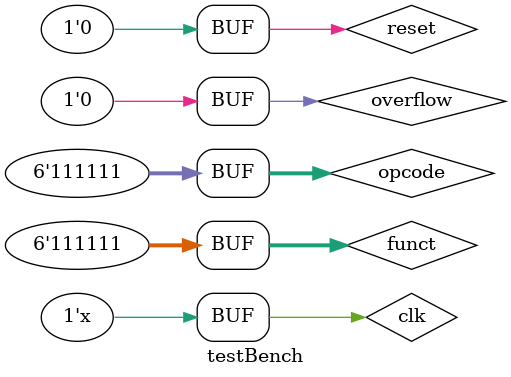
<source format=v>
module testBench;
      reg clk;
	  reg reset;
	  reg [5:0] funct;
	  reg [5:0] opcode;
	  reg overflow;
	  ControlUnit CU(.clk(clk),
	                 .reset(reset),
					 .funct(funct),
					 .opcode(opcode),
					 .overflow(overflow));
	  initial
	     begin
		    clk = 1'b1;
			reset = 1'b1;

		    //funct = 6'b100000; //add
			//opcode = 6'b000000;
			
			//funct = 6'b011000; //mult
			//opcode = 6'b000000;
			
			//funct = 6'b010011; //mtlo
			//opcode = 6'b000000;
			
			//funct = 6'b000100; //sllv
			//opcode = 6'b000000;
			
			//funct = 6'b001000; //jr
			//opcode = 6'b000000;
			
			//funct = 6'b001001; //jalr
			//opcode = 6'b000000;
			
			//funct = 6'b000110; //msub
			//opcode = 6'b000000;
			
			//funct = 6'b000000; //sll
			//opcode = 6'b000000;
			
			//funct = 6'b010000; //mfhi
			//opcode = 6'b000000;
			
			//funct = 6'b010010; //mflo
			//opcode = 6'b000000;
			
			//funct = 6'b010001; //mthi
			//opcode = 6'b000000;
			
			//funct = 6'b011010; //div
			//opcode = 6'b000000;
			
			//funct = 6'b000101; //madd
			//opcode = 6'b000000;
			
			//funct = 6'bxxxxxx; //addi
			//opcode = 6'b001000;
			
			//funct = 6'bxxxxxx; //lw
			//opcode = 6'b100011;
			
			//funct = 6'bxxxxxx; //sw
			//opcode = 6'b101011;
			
			//funct = 6'bxxxxxx; //j
			//opcode = 6'b000010;
			
			//funct = 6'bxxxxxx; //jal
			//opcode = 6'b000011;
			
			//funct = 6'bxxxxxx; //ori
			//opcode = 6'b001101;
			
			//funct = 6'bxxxxxx; //lui
			//opcode = 6'b001111;
			
			//funct = 6'bxxxxxx; //beq
			//opcode = 6'b000100;
			
			//funct = 6'b100000; //add with overflow
			//opcode = 6'b000000;
			//overflow = 1;
			
			//funct = 6'bxxxxxx; //addi with overflow
			//opcode = 6'b001000;
			//overflow = 1;
			
			funct = 6'b111111; //undefined instruction
			opcode = 6'b111111;
			overflow = 0;
			#10 reset=0;
		 end
	  
	  always
        begin
		#10 clk = ~clk;
        end	
endmodule
</source>
